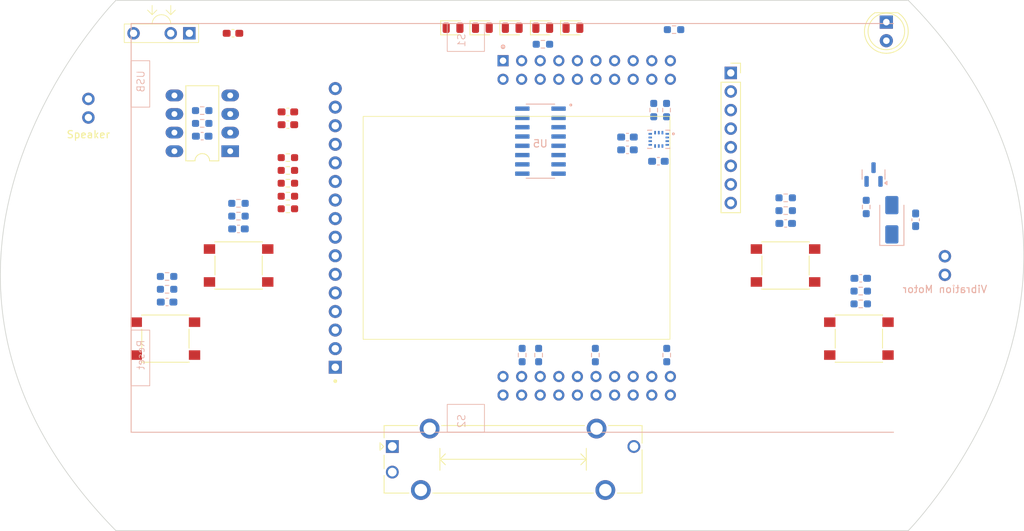
<source format=kicad_pcb>
(kicad_pcb (version 20241229) (generator "pcbnew") (generator_version "9.0")
  (title_block (title "ECE 319K Baseline Project Spring 2025") (date "2025-02-24") (rev "v1.0.1") (company "The University of Texas at Austin"))
  (layers (0 "F.Cu" signal) (2 "B.Cu" signal) (13 "F.Paste" user) (15 "B.Paste" user) (5 "F.SilkS" user "F.Silkscreen") (7 "B.SilkS" user "B.Silkscreen") (1 "F.Mask" user) (3 "B.Mask" user) (25 "Edge.Cuts" user))
  (net 0 "")
  (net 1 "GND")
  (net 2 "+3V3")
  (net 3 "Net-(C3-Pad2)")
  (net 4 "/DACOUT")
  (net 5 "/PA18")
  (net 6 "/PA17")
  (net 7 "/PA16")
  (net 8 "/PA15")
  (net 9 "+5V")
  (net 10 "Net-(D7-A)")
  (net 11 "Net-(U3-FC1)")
  (net 12 "Net-(U3-FC2)")
  (net 13 "Net-(D1-A)")
  (net 14 "Net-(D2-A)")
  (net 15 "Net-(D3-A)")
  (net 16 "Net-(D4-A)")
  (net 17 "Net-(D4-K)")
  (net 18 "Net-(D5-A)")
  (net 19 "Net-(D6-A)")
  (net 20 "Net-(U3-VO1)")
  (net 21 "Net-(U3-VO2)")
  (net 22 "/PA10")
  (net 24 "/PB0")
  (net 25 "/PB1")
  (net 26 "/PA9{slash}PB23")
  (net 27 "/PB20")
  (net 28 "/PA31")
  (net 29 "/PB24")
  (net 30 "/PA11")
  (net 35 "/I2C_SDA")
  (net 38 "/I2C_SCL")
  (net 39 "Net-(Q1-B)")
  (net 40 "/PB17")
  (net 41 "/PB16")
  (net 42 "/PB13")
  (net 43 "/DAC4")
  (net 44 "/PB19")
  (net 45 "/DAC3")
  (net 46 "/DAC2")
  (net 47 "/PB12")
  (net 48 "/DAC1")
  (net 49 "/DAC0")
  (net 53 "Net-(R12-Pad1)")
  (net 54 "Net-(R13-Pad1)")
  (net 55 "Net-(R14-Pad1)")
  (net 56 "Net-(R15-Pad1)")
  (net 57 "Net-(U3-VIN)")
  (net 58 "/MTR_PWM")
  (net 59 "/PB18")
  (net 60 "/UART1_TX")
  (net 61 "/UART2_RX")
  (net 62 "/SPI_MOSI")
  (net 63 "/SPI_SCK")
  (net 64 "/TFT_RST")
  (net 65 "/SDC_CS")
  (net 66 "/TFT_DC")
  (net 67 "/SPI_MISO")
  (net 68 "/TFT_CS")
  (footprint "Resistor_SMD:R_0603_1608Metric_Pad0.98x0.95mm_HandSolder" (layer "F.Cu") (at 103.75 90)
    (property "Reference" "R9")
    (property "Value" "6k")
    (pad "1" smd roundrect (at -0.9125 0) (size 0.975 0.95) (layers "F.Cu" "F.Mask" "F.Paste") (net 4 "/DACOUT"))
    (pad "2" smd roundrect (at 0.9125 0) (size 0.975 0.95) (layers "F.Cu" "F.Mask" "F.Paste") (net 48 "/DAC1"))
  )
  (footprint "Connector_PinSocket_2.54mm:PinSocket_1x08_P2.54mm_Vertical" (layer "F.Cu") (at 164.25 76.67)
    (property "Reference" "J5" (hide yes))
    (property "Value" "Conn_01x08_Pin")
    (pad "1" thru_hole rect (at 0 0) (size 1.7 1.7) (drill 1) (layers "*.Cu" "*.Mask") (net 25 "/PB1"))
    (pad "2" thru_hole oval (at 0 2.54) (size 1.7 1.7) (drill 1) (layers "*.Cu" "*.Mask") (net 24 "/PB0"))
    (pad "3" thru_hole oval (at 0 5.08) (size 1.7 1.7) (drill 1) (layers "*.Cu" "*.Mask") (net 26 "/PA9{slash}PB23"))
    (pad "4" thru_hole oval (at 0 7.62) (size 1.7 1.7) (drill 1) (layers "*.Cu" "*.Mask") (net 29 "/PB24"))
    (pad "5" thru_hole oval (at 0 10.16) (size 1.7 1.7) (drill 1) (layers "*.Cu" "*.Mask") (net 28 "/PA31"))
    (pad "6" thru_hole oval (at 0 12.7) (size 1.7 1.7) (drill 1) (layers "*.Cu" "*.Mask") (net 22 "/PA10"))
    (pad "7" thru_hole oval (at 0 15.24) (size 1.7 1.7) (drill 1) (layers "*.Cu" "*.Mask") (net 30 "/PA11"))
    (pad "8" thru_hole oval (at 0 17.78) (size 1.7 1.7) (drill 1) (layers "*.Cu" "*.Mask") (net 27 "/PB20"))
  )
  (footprint "ECE319K:TSOP31438" (layer "F.Cu") (at 90.29 71.25 -90)
    (property "Reference" "U6")
    (property "Value" "TSOP31438")
    (pad "1" thru_hole rect (at 0 0 270) (size 1.7 1.7) (drill 1) (layers "*.Cu" "*.Mask") (net 1 "GND"))
    (pad "2" thru_hole oval (at 0 2.54 270) (size 1.7 1.7) (drill 1) (layers "*.Cu" "*.Mask") (net 2 "+3V3"))
    (pad "3" thru_hole oval (at 0 7.62 270) (size 1.7 1.7) (drill 1) (layers "*.Cu" "*.Mask") (net 61 "/UART2_RX"))
  )
  (footprint "Capacitor_SMD:C_0603_1608Metric_Pad1.08x0.95mm_HandSolder" (layer "F.Cu") (at 103.75 82)
    (property "Reference" "C14")
    (property "Value" "1uF")
    (pad "1" smd roundrect (at -0.8625 0) (size 1.075 0.95) (layers "F.Cu" "F.Mask" "F.Paste") (net 1 "GND"))
    (pad "2" smd roundrect (at 0.8625 0) (size 1.075 0.95) (layers "F.Cu" "F.Mask" "F.Paste") (net 11 "Net-(U3-FC1)"))
  )
  (footprint "Button_Switch_SMD:SW_SPST_PTS645" (layer "F.Cu") (at 181.75 113)
    (property "Reference" "SW4" (hide yes))
    (property "Value" "RIGHT")
    (pad "1" smd rect (at -3.98 -2.25) (size 1.55 1.3) (layers "F.Cu" "F.Mask" "F.Paste") (net 56 "Net-(R15-Pad1)"))
    (pad "1" smd rect (at 3.98 -2.25) (size 1.55 1.3) (layers "F.Cu" "F.Mask" "F.Paste") (net 56 "Net-(R15-Pad1)"))
    (pad "2" smd rect (at -3.98 2.25) (size 1.55 1.3) (layers "F.Cu" "F.Mask" "F.Paste") (net 2 "+3V3"))
    (pad "2" smd rect (at 3.98 2.25) (size 1.55 1.3) (layers "F.Cu" "F.Mask" "F.Paste") (net 2 "+3V3"))
  )
  (footprint "MountingHole:MountingHole_3.2mm_M3" (layer "F.Cu") (at 74.75 120)
    (property "Reference" "H1")
    (property "Value" "MountingHole")
    (pad "" np_thru_hole circle (at 0 0) (size 3.2 3.2) (drill 3.2) (layers "*.Cu" "*.Mask"))
  )
  (footprint "Capacitor_SMD:C_0603_1608Metric_Pad1.08x0.95mm_HandSolder" (layer "F.Cu") (at 103.75 83.75 180)
    (property "Reference" "C15")
    (property "Value" "4.7uF")
    (pad "1" smd roundrect (at -0.8625 0 180) (size 1.075 0.95) (layers "F.Cu" "F.Mask" "F.Paste") (net 12 "Net-(U3-FC2)"))
    (pad "2" smd roundrect (at 0.8625 0 180) (size 1.075 0.95) (layers "F.Cu" "F.Mask" "F.Paste") (net 1 "GND"))
  )
  (footprint "ECE319K:LED_D5.0mm" (layer "F.Cu") (at 185.5 69.725 -90)
    (property "Reference" "D4")
    (property "Value" "LED")
    (pad "1" thru_hole rect (at 0 0 270) (size 1.8 1.8) (drill 0.9) (layers "*.Cu" "*.Mask") (net 17 "Net-(D4-K)"))
    (pad "2" thru_hole circle (at 2.54 0 270) (size 1.8 1.8) (drill 0.9) (layers "*.Cu" "*.Mask") (net 16 "Net-(D4-A)"))
  )
  (footprint "ECE319K:hiletgo_st7735r" (layer "F.Cu") (at 134.355526 97.86 90)
    (property "Reference" "U4" (hide yes))
    (property "Value" "HiLetGo_ST7735R")
    (pad "1" thru_hole rect (at -19.05 -24.13 180) (size 1.778 1.778) (drill 1.016) (layers "*.Cu" "*.Mask") (net 1 "GND"))
    (pad "2" thru_hole circle (at -16.51 -24.13 180) (size 1.778 1.778) (drill 1.016) (layers "*.Cu" "*.Mask") (net 2 "+3V3"))
    (pad "3" thru_hole circle (at -13.97 -24.13 180) (size 1.778 1.778) (drill 1.016) (layers "*.Cu" "*.Mask"))
    (pad "4" thru_hole circle (at -11.43 -24.13 180) (size 1.778 1.778) (drill 1.016) (layers "*.Cu" "*.Mask"))
    (pad "5" thru_hole circle (at -8.89 -24.13 180) (size 1.778 1.778) (drill 1.016) (layers "*.Cu" "*.Mask"))
    (pad "6" thru_hole circle (at -6.35 -24.13 180) (size 1.778 1.778) (drill 1.016) (layers "*.Cu" "*.Mask") (net 64 "/TFT_RST"))
    (pad "7" thru_hole circle (at -3.81 -24.13 180) (size 1.778 1.778) (drill 1.016) (layers "*.Cu" "*.Mask") (net 66 "/TFT_DC"))
    (pad "8" thru_hole circle (at -1.27 -24.13 180) (size 1.778 1.778) (drill 1.016) (layers "*.Cu" "*.Mask") (net 62 "/SPI_MOSI"))
    (pad "9" thru_hole circle (at 1.27 -24.13 180) (size 1.778 1.778) (drill 1.016) (layers "*.Cu" "*.Mask") (net 63 "/SPI_SCK"))
    (pad "10" thru_hole circle (at 3.81 -24.13 180) (size 1.778 1.778) (drill 1.016) (layers "*.Cu" "*.Mask") (net 68 "/TFT_CS"))
    (pad "11" thru_hole circle (at 6.35 -24.13 180) (size 1.778 1.778) (drill 1.016) (layers "*.Cu" "*.Mask") (net 63 "/SPI_SCK"))
    (pad "12" thru_hole circle (at 8.89 -24.13 180) (size 1.778 1.778) (drill 1.016) (layers "*.Cu" "*.Mask") (net 67 "/SPI_MISO"))
    (pad "13" thru_hole circle (at 11.43 -24.13 180) (size 1.778 1.778) (drill 1.016) (layers "*.Cu" "*.Mask") (net 62 "/SPI_MOSI"))
    (pad "14" thru_hole circle (at 13.97 -24.13 180) (size 1.778 1.778) (drill 1.016) (layers "*.Cu" "*.Mask") (net 65 "/SDC_CS"))
    (pad "15" thru_hole circle (at 16.51 -24.13 180) (size 1.778 1.778) (drill 1.016) (layers "*.Cu" "*.Mask") (net 2 "+3V3"))
    (pad "16" thru_hole circle (at 19.05 -24.13 180) (size 1.778 1.778) (drill 1.016) (layers "*.Cu" "*.Mask") (net 1 "GND"))
  )
  (footprint "LED_SMD:LED_0805_2012Metric" (layer "F.Cu") (at 138.5625 70.5)
    (property "Reference" "D5")
    (property "Value" "LED")
    (pad "1" smd roundrect (at -0.9375 0) (size 0.975 1.4) (layers "F.Cu" "F.Mask" "F.Paste") (net 1 "GND"))
    (pad "2" smd roundrect (at 0.9375 0) (size 0.975 1.4) (layers "F.Cu" "F.Mask" "F.Paste") (net 18 "Net-(D5-A)"))
  )
  (footprint "Resistor_SMD:R_0603_1608Metric_Pad0.98x0.95mm_HandSolder" (layer "F.Cu") (at 103.75 88.25)
    (property "Reference" "R7")
    (property "Value" "3k")
    (pad "1" smd roundrect (at -0.9125 0) (size 0.975 0.95) (layers "F.Cu" "F.Mask" "F.Paste") (net 4 "/DACOUT"))
    (pad "2" smd roundrect (at 0.9125 0) (size 0.975 0.95) (layers "F.Cu" "F.Mask" "F.Paste") (net 46 "/DAC2"))
  )
  (footprint "Button_Switch_SMD:SW_SPST_PTS645" (layer "F.Cu") (at 171.73 103)
    (property "Reference" "SW3" (hide yes))
    (property "Value" "DOWN")
    (pad "1" smd rect (at -3.98 -2.25) (size 1.55 1.3) (layers "F.Cu" "F.Mask" "F.Paste") (net 55 "Net-(R14-Pad1)"))
    (pad "1" smd rect (at 3.98 -2.25) (size 1.55 1.3) (layers "F.Cu" "F.Mask" "F.Paste") (net 55 "Net-(R14-Pad1)"))
    (pad "2" smd rect (at -3.98 2.25) (size 1.55 1.3) (layers "F.Cu" "F.Mask" "F.Paste") (net 2 "+3V3"))
    (pad "2" smd rect (at 3.98 2.25) (size 1.55 1.3) (layers "F.Cu" "F.Mask" "F.Paste") (net 2 "+3V3"))
  )
  (footprint "Resistor_SMD:R_0603_1608Metric_Pad0.98x0.95mm_HandSolder" (layer "F.Cu") (at 103.75 93.53)
    (property "Reference" "R4")
    (property "Value" "750")
    (pad "1" smd roundrect (at -0.9125 0) (size 0.975 0.95) (layers "F.Cu" "F.Mask" "F.Paste") (net 4 "/DACOUT"))
    (pad "2" smd roundrect (at 0.9125 0) (size 0.975 0.95) (layers "F.Cu" "F.Mask" "F.Paste") (net 43 "/DAC4"))
  )
  (footprint "LED_SMD:LED_0805_2012Metric" (layer "F.Cu") (at 134.395 70.5)
    (property "Reference" "D3")
    (property "Value" "LED")
    (pad "1" smd roundrect (at -0.9375 0) (size 0.975 1.4) (layers "F.Cu" "F.Mask" "F.Paste") (net 1 "GND"))
    (pad "2" smd roundrect (at 0.9375 0) (size 0.975 1.4) (layers "F.Cu" "F.Mask" "F.Paste") (net 15 "Net-(D3-A)"))
  )
  (footprint "Resistor_SMD:R_0603_1608Metric_Pad0.98x0.95mm_HandSolder" (layer "F.Cu") (at 103.75 91.75)
    (property "Reference" "R11")
    (property "Value" "12k")
    (pad "1" smd roundrect (at -0.9125 0) (size 0.975 0.95) (layers "F.Cu" "F.Mask" "F.Paste") (net 4 "/DACOUT"))
    (pad "2" smd roundrect (at 0.9125 0) (size 0.975 0.95) (layers "F.Cu" "F.Mask" "F.Paste") (net 49 "/DAC0"))
  )
  (footprint "ECE319K:PTA2043pot" (layer "F.Cu") (at 118.015 127.75)
    (property "Reference" "RV1")
    (property "Value" "PTA2043")
    (pad "" np_thru_hole circle (at 3.9 5.95) (size 2.7 2.7) (drill 1.7) (layers "*.Cu" "*.Mask"))
    (pad "" np_thru_hole circle (at 5.1 -2.45) (size 2.7 2.7) (drill 1.7) (layers "*.Cu" "*.Mask"))
    (pad "" np_thru_hole circle (at 27.9 -2.45) (size 2.7 2.7) (drill 1.7) (layers "*.Cu" "*.Mask"))
    (pad "" np_thru_hole circle (at 29.1 5.95) (size 2.7 2.7) (drill 1.7) (layers "*.Cu" "*.Mask"))
    (pad "1" thru_hole rect (at 0 0) (size 1.75 1.75) (drill 1.2) (layers "*.Cu" "*.Mask") (net 1 "GND"))
    (pad "2" thru_hole circle (at 0 3.5) (size 1.75 1.75) (drill 1.2) (layers "*.Cu" "*.Mask") (net 59 "/PB18"))
    (pad "3" thru_hole circle (at 33 0) (size 1.75 1.75) (drill 1.2) (layers "*.Cu" "*.Mask") (net 2 "+3V3"))
  )
  (footprint "Button_Switch_SMD:SW_SPST_PTS645" (layer "F.Cu") (at 97.02 103)
    (property "Reference" "SW1" (hide yes))
    (property "Value" "UP")
    (pad "1" smd rect (at -3.98 -2.25) (size 1.55 1.3) (layers "F.Cu" "F.Mask" "F.Paste") (net 53 "Net-(R12-Pad1)"))
    (pad "1" smd rect (at 3.98 -2.25) (size 1.55 1.3) (layers "F.Cu" "F.Mask" "F.Paste") (net 53 "Net-(R12-Pad1)"))
    (pad "2" smd rect (at -3.98 2.25) (size 1.55 1.3) (layers "F.Cu" "F.Mask" "F.Paste") (net 2 "+3V3"))
    (pad "2" smd rect (at 3.98 2.25) (size 1.55 1.3) (layers "F.Cu" "F.Mask" "F.Paste") (net 2 "+3V3"))
  )
  (footprint "LED_SMD:LED_0805_2012Metric" (layer "F.Cu") (at 142.6875 70.5)
    (property "Reference" "D6")
    (property "Value" "LED")
    (pad "1" smd roundrect (at -0.9375 0) (size 0.975 1.4) (layers "F.Cu" "F.Mask" "F.Paste") (net 1 "GND"))
    (pad "2" smd roundrect (at 0.9375 0) (size 0.975 1.4) (layers "F.Cu" "F.Mask" "F.Paste") (net 19 "Net-(D6-A)"))
  )
  (footprint "Resistor_SMD:R_0603_1608Metric_Pad0.98x0.95mm_HandSolder" (layer "F.Cu") (at 103.75 95.25)
    (property "Reference" "R6")
    (property "Value" "1.5k")
    (pad "1" smd roundrect (at -0.9125 0) (size 0.975 0.95) (layers "F.Cu" "F.Mask" "F.Paste") (net 4 "/DACOUT"))
    (pad "2" smd roundrect (at 0.9125 0) (size 0.975 0.95) (layers "F.Cu" "F.Mask" "F.Paste") (net 45 "/DAC3"))
  )
  (footprint "ECE319K:DIP-8_W7.62mm_LongPads" (layer "F.Cu") (at 95.87 87.37 180)
    (property "Reference" "U3")
    (property "Value" "MCP34119D")
    (pad "1" thru_hole rect (at 0 0 180) (size 2.4 1.6) (drill 0.8) (layers "*.Cu" "*.Mask") (net 1 "GND"))
    (pad "2" thru_hole oval (at 0 2.54 180) (size 2.4 1.6) (drill 0.8) (layers "*.Cu" "*.Mask") (net 12 "Net-(U3-FC2)"))
    (pad "3" thru_hole oval (at 0 5.08 180) (size 2.4 1.6) (drill 0.8) (layers "*.Cu" "*.Mask") (net 11 "Net-(U3-FC1)"))
    (pad "4" thru_hole oval (at 0 7.62 180) (size 2.4 1.6) (drill 0.8) (layers "*.Cu" "*.Mask") (net 57 "Net-(U3-VIN)"))
    (pad "5" thru_hole oval (at 7.62 7.62 180) (size 2.4 1.6) (drill 0.8) (layers "*.Cu" "*.Mask") (net 20 "Net-(U3-VO1)"))
    (pad "6" thru_hole oval (at 7.62 5.08 180) (size 2.4 1.6) (drill 0.8) (layers "*.Cu" "*.Mask") (net 9 "+5V"))
    (pad "7" thru_hole oval (at 7.62 2.54 180) (size 2.4 1.6) (drill 0.8) (layers "*.Cu" "*.Mask") (net 1 "GND"))
    (pad "8" thru_hole oval (at 7.62 0 180) (size 2.4 1.6) (drill 0.8) (layers "*.Cu" "*.Mask") (net 21 "Net-(U3-VO2)"))
  )
  (footprint "Capacitor_SMD:C_0603_1608Metric_Pad1.08x0.95mm_HandSolder" (layer "F.Cu") (at 96.25 71.25)
    (property "Reference" "C4")
    (property "Value" "0.1uF")
    (pad "1" smd roundrect (at -0.8625 0) (size 1.075 0.95) (layers "F.Cu" "F.Mask" "F.Paste") (net 1 "GND"))
    (pad "2" smd roundrect (at 0.8625 0) (size 1.075 0.95) (layers "F.Cu" "F.Mask" "F.Paste") (net 2 "+3V3"))
  )
  (footprint "LED_SMD:LED_0805_2012Metric" (layer "F.Cu") (at 130.3125 70.5)
    (property "Reference" "D2")
    (property "Value" "LED")
    (pad "1" smd roundrect (at -0.9375 0) (size 0.975 1.4) (layers "F.Cu" "F.Mask" "F.Paste") (net 1 "GND"))
    (pad "2" smd roundrect (at 0.9375 0) (size 0.975 1.4) (layers "F.Cu" "F.Mask" "F.Paste") (net 14 "Net-(D2-A)"))
  )
  (footprint "MountingHole:MountingHole_3.2mm_M3" (layer "F.Cu") (at 193.25 120)
    (property "Reference" "H2")
    (property "Value" "MountingHole")
    (pad "" np_thru_hole circle (at 0 0) (size 3.2 3.2) (drill 3.2) (layers "*.Cu" "*.Mask"))
  )
  (footprint "LED_SMD:LED_0805_2012Metric" (layer "F.Cu") (at 126.3125 70.5)
    (property "Reference" "D1")
    (property "Value" "LED")
    (pad "1" smd roundrect (at -0.9375 0) (size 0.975 1.4) (layers "F.Cu" "F.Mask" "F.Paste") (net 1 "GND"))
    (pad "2" smd roundrect (at 0.9375 0) (size 0.975 1.4) (layers "F.Cu" "F.Mask" "F.Paste") (net 13 "Net-(D1-A)"))
  )
  (footprint "ECE319K:Testpoint_1x02_P2.54mm" (layer "F.Cu") (at 76.5 80.225)
    (property "Reference" "J2")
    (property "Value" "Speaker" (at 0 4.87 0) (layer "F.SilkS"))
    (pad "1" thru_hole circle (at 0 0) (size 1.7 1.7) (drill 1) (layers "*.Cu" "*.Mask") (net 20 "Net-(U3-VO1)"))
    (pad "2" thru_hole oval (at 0 2.54) (size 1.7 1.7) (drill 1) (layers "*.Cu" "*.Mask") (net 21 "Net-(U3-VO2)"))
  )
  (footprint "Button_Switch_SMD:SW_SPST_PTS645" (layer "F.Cu") (at 87.02 113)
    (property "Reference" "SW2" (hide yes))
    (property "Value" "LEFT")
    (pad "1" smd rect (at -3.98 -2.25) (size 1.55 1.3) (layers "F.Cu" "F.Mask" "F.Paste") (net 54 "Net-(R13-Pad1)"))
    (pad "1" smd rect (at 3.98 -2.25) (size 1.55 1.3) (layers "F.Cu" "F.Mask" "F.Paste") (net 54 "Net-(R13-Pad1)"))
    (pad "2" smd rect (at -3.98 2.25) (size 1.55 1.3) (layers "F.Cu" "F.Mask" "F.Paste") (net 2 "+3V3"))
    (pad "2" smd rect (at 3.98 2.25) (size 1.55 1.3) (layers "F.Cu" "F.Mask" "F.Paste") (net 2 "+3V3"))
  )
  (footprint "ECE319K:XDCR_ICM-42670-P" (layer "B.Cu") (at 154.4125 85.75 180)
    (property "Reference" "MT1")
    (property "Value" "ICM-42670-P")
    (pad "1" smd rect (at -1.1625 0.75 180) (size 0.475 0.25) (layers "B.Cu") (net 1 "GND"))
    (pad "2" smd rect (at -1.1625 0.25 180) (size 0.475 0.25) (layers "B.Cu"))
    (pad "3" smd rect (at -1.1625 -0.25 180) (size 0.475 0.25) (layers "B.Cu"))
    (pad "4" smd rect (at -1.1625 -0.75 180) (size 0.475 0.25) (layers "B.Cu"))
    (pad "5" smd rect (at -0.5 -0.9125 180) (size 0.25 0.475) (layers "B.Cu") (net 2 "+3V3"))
    (pad "6" smd rect (at 0 -0.9125 180) (size 0.25 0.475) (layers "B.Cu") (net 1 "GND"))
    (pad "7" smd rect (at 0.5 -0.9125 180) (size 0.25 0.475) (layers "B.Cu") (net 1 "GND"))
    (pad "8" smd rect (at 1.1625 -0.75 180) (size 0.475 0.25) (layers "B.Cu") (net 2 "+3V3"))
    (pad "9" smd rect (at 1.1625 -0.25 180) (size 0.475 0.25) (layers "B.Cu"))
    (pad "10" smd rect (at 1.1625 0.25 180) (size 0.475 0.25) (layers "B.Cu"))
    (pad "11" smd rect (at 1.1625 0.75 180) (size 0.475 0.25) (layers "B.Cu"))
    (pad "12" smd rect (at 0.5 0.9125 180) (size 0.25 0.475) (layers "B.Cu") (net 2 "+3V3"))
    (pad "13" smd rect (at 0 0.9125 180) (size 0.25 0.475) (layers "B.Cu") (net 38 "/I2C_SCL"))
    (pad "14" smd rect (at -0.5 0.9125 180) (size 0.25 0.475) (layers "B.Cu") (net 35 "/I2C_SDA"))
  )
  (footprint "Resistor_SMD:R_0603_1608Metric_Pad0.98x0.95mm_HandSolder" (layer "B.Cu") (at 97 94.5 180)
    (property "Reference" "R12")
    (property "Value" "10k")
    (pad "1" smd roundrect (at -0.9125 0 180) (size 0.975 0.95) (layers "B.Cu" "B.Mask" "B.Paste") (net 53 "Net-(R12-Pad1)"))
    (pad "2" smd roundrect (at 0.9125 0 180) (size 0.975 0.95) (layers "B.Cu" "B.Mask" "B.Paste") (net 1 "GND"))
  )
  (footprint "Resistor_SMD:R_0603_1608Metric_Pad0.98x0.95mm_HandSolder" (layer "B.Cu") (at 156.5 70.75)
    (property "Reference" "R18")
    (property "Value" "220")
    (pad "1" smd roundrect (at -0.9125 0) (size 0.975 0.95) (layers "B.Cu" "B.Mask" "B.Paste") (net 9 "+5V"))
    (pad "2" smd roundrect (at 0.9125 0) (size 0.975 0.95) (layers "B.Cu" "B.Mask" "B.Paste") (net 16 "Net-(D4-A)"))
  )
  (footprint "Resistor_SMD:R_0603_1608Metric_Pad0.98x0.95mm_HandSolder" (layer "B.Cu") (at 135.75 115.25 90)
    (property "Reference" "R8")
    (property "Value" "470")
    (pad "1" smd roundrect (at -0.9125 0 90) (size 0.975 0.95) (layers "B.Cu" "B.Mask" "B.Paste") (net 47 "/PB12"))
    (pad "2" smd roundrect (at 0.9125 0 90) (size 0.975 0.95) (layers "B.Cu" "B.Mask" "B.Paste") (net 19 "Net-(D6-A)"))
  )
  (footprint "Resistor_SMD:R_0603_1608Metric_Pad0.98x0.95mm_HandSolder" (layer "B.Cu") (at 182.75 95 90)
    (property "Reference" "R24")
    (property "Value" "1k")
    (pad "1" smd roundrect (at -0.9125 0 90) (size 0.975 0.95) (layers "B.Cu" "B.Mask" "B.Paste") (net 58 "/MTR_PWM"))
    (pad "2" smd roundrect (at 0.9125 0 90) (size 0.975 0.95) (layers "B.Cu" "B.Mask" "B.Paste") (net 39 "Net-(Q1-B)"))
  )
  (footprint "Capacitor_SMD:C_0603_1608Metric_Pad1.08x0.95mm_HandSolder" (layer "B.Cu") (at 87.25 108 180)
    (property "Reference" "C6")
    (property "Value" "0.1uF")
    (pad "1" smd roundrect (at -0.8625 0 180) (size 1.075 0.95) (layers "B.Cu" "B.Mask" "B.Paste") (net 6 "/PA17"))
    (pad "2" smd roundrect (at 0.8625 0 180) (size 1.075 0.95) (layers "B.Cu" "B.Mask" "B.Paste") (net 1 "GND"))
  )
  (footprint "Resistor_SMD:R_0603_1608Metric_Pad0.98x0.95mm_HandSolder" (layer "B.Cu") (at 92.045 83.57 180)
    (property "Reference" "R16")
    (property "Value" "20k")
    (pad "1" smd roundrect (at -0.9125 0 180) (size 0.975 0.95) (layers "B.Cu" "B.Mask" "B.Paste") (net 57 "Net-(U3-VIN)"))
    (pad "2" smd roundrect (at 0.9125 0 180) (size 0.975 0.95) (layers "B.Cu" "B.Mask" "B.Paste") (net 3 "Net-(C3-Pad2)"))
  )
  (footprint "Resistor_SMD:R_0603_1608Metric_Pad0.98x0.95mm_HandSolder" (layer "B.Cu") (at 92.045 81.82)
    (property "Reference" "R23")
    (property "Value" "10k")
    (pad "1" smd roundrect (at -0.9125 0) (size 0.975 0.95) (layers "B.Cu" "B.Mask" "B.Paste") (net 20 "Net-(U3-VO1)"))
    (pad "2" smd roundrect (at 0.9125 0) (size 0.975 0.95) (layers "B.Cu" "B.Mask" "B.Paste") (net 57 "Net-(U3-VIN)"))
  )
  (footprint "Capacitor_SMD:C_0603_1608Metric_Pad1.08x0.95mm_HandSolder" (layer "B.Cu") (at 154.3625 88.75 180)
    (property "Reference" "C16")
    (property "Value" "10nF")
    (pad "1" smd roundrect (at -0.8625 0 180) (size 1.075 0.95) (layers "B.Cu" "B.Mask" "B.Paste") (net 2 "+3V3"))
    (pad "2" smd roundrect (at 0.8625 0 180) (size 1.075 0.95) (layers "B.Cu" "B.Mask" "B.Paste") (net 1 "GND"))
  )
  (footprint "Capacitor_SMD:C_0603_1608Metric_Pad1.08x0.95mm_HandSolder" (layer "B.Cu") (at 189.5 96.75 90)
    (property "Reference" "C13")
    (property "Value" "0.1uF")
    (pad "1" smd roundrect (at -0.8625 0 90) (size 1.075 0.95) (layers "B.Cu" "B.Mask" "B.Paste") (net 2 "+3V3"))
    (pad "2" smd roundrect (at 0.8625 0 90) (size 1.075 0.95) (layers "B.Cu" "B.Mask" "B.Paste") (net 10 "Net-(D7-A)"))
  )
  (footprint "Package_TO_SOT_SMD:SOT-23" (layer "B.Cu") (at 183.75 90.5625 90)
    (property "Reference" "Q1")
    (property "Value" "2N2222")
    (pad "1" smd roundrect (at -0.9375 0.95 90) (size 1.475 0.6) (layers "B.Cu" "B.Mask" "B.Paste") (net 10 "Net-(D7-A)"))
    (pad "2" smd roundrect (at -0.9375 -0.95 90) (size 1.475 0.6) (layers "B.Cu" "B.Mask" "B.Paste") (net 39 "Net-(Q1-B)"))
    (pad "3" smd roundrect (at 0.9375 0 90) (size 1.475 0.6) (layers "B.Cu" "B.Mask" "B.Paste") (net 1 "GND"))
  )
  (footprint "Resistor_SMD:R_0603_1608Metric_Pad0.98x0.95mm_HandSolder" (layer "B.Cu") (at 87.25 104.5 180)
    (property "Reference" "R13")
    (property "Value" "10k")
    (pad "1" smd roundrect (at -0.9125 0 180) (size 0.975 0.95) (layers "B.Cu" "B.Mask" "B.Paste") (net 54 "Net-(R13-Pad1)"))
    (pad "2" smd roundrect (at 0.9125 0 180) (size 0.975 0.95) (layers "B.Cu" "B.Mask" "B.Paste") (net 1 "GND"))
  )
  (footprint "Capacitor_SMD:C_0603_1608Metric_Pad1.08x0.95mm_HandSolder" (layer "B.Cu") (at 97 98 180)
    (property "Reference" "C5")
    (property "Value" "0.1uF")
    (pad "1" smd roundrect (at -0.8625 0 180) (size 1.075 0.95) (layers "B.Cu" "B.Mask" "B.Paste") (net 5 "/PA18"))
    (pad "2" smd roundrect (at 0.8625 0 180) (size 1.075 0.95) (layers "B.Cu" "B.Mask" "B.Paste") (net 1 "GND"))
  )
  (footprint "Resistor_SMD:R_0603_1608Metric_Pad0.98x0.95mm_HandSolder" (layer "B.Cu") (at 97 96.25 180)
    (property "Reference" "R19")
    (property "Value" "1k")
    (pad "1" smd roundrect (at -0.9125 0 180) (size 0.975 0.95) (layers "B.Cu" "B.Mask" "B.Paste") (net 5 "/PA18"))
    (pad "2" smd roundrect (at 0.9125 0 180) (size 0.975 0.95) (layers "B.Cu" "B.Mask" "B.Paste") (net 53 "Net-(R12-Pad1)"))
  )
  (footprint "ECE319K:ti_LP_MSPM0G3507" (layer "B.Cu") (at 135.68 97.86 -90)
    (property "Reference" "U2" (hide yes))
    (property "Value" "LP-MSPM0G3507")
    (fp_text user "USB" (at -21.59 51.435 90) (layer "B.SilkS") (effects (font (thickness 0.1)) (justify left bottom mirror)))
    (fp_text user "S2" (at 25.4 7.62 90) (layer "B.SilkS") (effects (font (thickness 0.1)) (justify left bottom mirror)))
    (fp_text user "Reset" (at 15.24 51.435 90) (layer "B.SilkS") (effects (font (thickness 0.1)) (justify left bottom mirror)))
    (fp_text user "S1" (at -26.67 7.62 90) (layer "B.SilkS") (effects (font (thickness 0.1)) (justify left bottom mirror)))
    (pad "J1_1" thru_hole rect (at -22.86 2.54 270) (size 1.52 1.52) (drill 0.89) (layers "*.Cu" "*.Mask") (net 2 "+3V3"))
    (pad "J1_2" thru_hole circle (at -22.86 0 270) (size 1.52 1.52) (drill 0.89) (layers "*.Cu" "*.Mask") (net 45 "/DAC3"))
    (pad "J1_3" thru_hole circle (at -22.86 -2.54 270) (size 1.52 1.52) (drill 0.89) (layers "*.Cu" "*.Mask") (net 26 "/PA9{slash}PB23"))
    (pad "J1_4" thru_hole circle (at -22.86 -5.08 270) (size 1.52 1.52) (drill 0.89) (layers "*.Cu" "*.Mask") (net 60 "/UART1_TX"))
    (pad "J1_5" thru_hole circle (at -22.86 -7.62 270) (size 1.52 1.52) (drill 0.89) (layers "*.Cu" "*.Mask") (net 46 "/DAC2"))
    (pad "J1_6" thru_hole circle (at -22.86 -10.16 270) (size 1.52 1.52) (drill 0.89) (layers "*.Cu" "*.Mask") (net 29 "/PB24"))
    (pad "J1_7" thru_hole circle (at -22.86 -12.7 270) (size 1.52 1.52) (drill 0.89) (layers "*.Cu" "*.Mask") (net 63 "/SPI_SCK"))
    (pad "J1_8" thru_hole circle (at -22.86 -15.24 270) (size 1.52 1.52) (drill 0.89) (layers "*.Cu" "*.Mask") (net 48 "/DAC1"))
    (pad "J1_9" thru_hole circle (at -22.86 -17.78 270) (size 1.52 1.52) (drill 0.89) (layers "*.Cu" "*.Mask") (net 38 "/I2C_SCL"))
    (pad "J1_10" thru_hole circle (at -22.86 -20.32 270) (size 1.52 1.52) (drill 0.89) (layers "*.Cu" "*.Mask") (net 35 "/I2C_SDA"))
    (pad "J2_1" thru_hole circle (at 22.86 2.54 270) (size 1.52 1.52) (drill 0.89) (layers "*.Cu" "*.Mask") (net 1 "GND"))
    (pad "J2_2" thru_hole circle (at 22.86 0 270) (size 1.52 1.52) (drill 0.89) (layers "*.Cu" "*.Mask") (net 47 "/PB12"))
    (pad "J2_3" thru_hole circle (at 22.86 -2.54 270) (size 1.52 1.52) (drill 0.89) (layers "*.Cu" "*.Mask") (net 40 "/PB17"))
    (pad "J2_4" thru_hole circle (at 22.86 -5.08 270) (size 1.52 1.52) (drill 0.89) (layers "*.Cu" "*.Mask") (net 64 "/TFT_RST"))
    (pad "J2_5" thru_hole circle (at 22.86 -7.62 270) (size 1.52 1.52) (drill 0.89) (layers "*.Cu" "*.Mask"))
    (pad "J2_6" thru_hole circle (at 22.86 -10.16 270) (size 1.52 1.52) (drill 0.89) (layers "*.Cu" "*.Mask") (net 62 "/SPI_MOSI"))
    (pad "J2_7" thru_hole circle (at 22.86 -12.7 270) (size 1.52 1.52) (drill 0.89) (layers "*.Cu" "*.Mask") (net 67 "/SPI_MISO"))
    (pad "J2_8" thru_hole circle (at 22.86 -15.24 270) (size 1.52 1.52) (drill 0.89) (layers "*.Cu" "*.Mask") (net 68 "/TFT_CS"))
    (pad "J2_9" thru_hole circle (at 22.86 -17.78 270) (size 1.52 1.52) (drill 0.89) (layers "*.Cu" "*.Mask") (net 24 "/PB0"))
    (pad "J2_10" thru_hole circle (at 22.86 -20.32 270) (size 1.52 1.52) (drill 0.89) (layers "*.Cu" "*.Mask") (net 41 "/PB16"))
    (pad "J3_1" thru_hole circle (at -20.32 2.54 270) (size 1.52 1.52) (drill 0.89) (layers "*.Cu" "*.Mask") (net 9 "+5V"))
    (pad "J3_2" thru_hole circle (at -20.32 0 270) (size 1.52 1.52) (drill 0.89) (layers "*.Cu" "*.Mask") (net 1 "GND"))
    (pad "J3_3" thru_hole circle (at -20.32 -2.54 270) (size 1.52 1.52) (drill 0.89) (layers "*.Cu" "*.Mask") (net 44 "/PB19"))
    (pad "J3_4" thru_hole circle (at -20.32 -5.08 270) (size 1.52 1.52) (drill 0.89) (layers "*.Cu" "*.Mask") (net 61 "/UART2_RX"))
    (pad "J3_5" thru_hole circle (at -20.32 -7.62 270) (size 1.52 1.52) (drill 0.89) (layers "*.Cu" "*.Mask") (net 59 "/PB18"))
    (pad "J3_6" thru_hole circle (at -20.32 -10.16 270) (size 1.52 1.52) (drill 0.89) (layers "*.Cu" "*.Mask") (net 5 "/PA18"))
    (pad "J3_7" thru_hole circle (at -20.32 -12.7 270) (size 1.52 1.52) (drill 0.89) (layers "*.Cu" "*.Mask") (net 43 "/DAC4"))
    (pad "J3_8" thru_hole circle (at -20.32 -15.24 270) (size 1.52 1.52) (drill 0.89) (layers "*.Cu" "*.Mask") (net 6 "/PA17"))
    (pad "J3_9" thru_hole circle (at -20.32 -17.78 270) (size 1.52 1.52) (drill 0.89) (layers "*.Cu" "*.Mask") (net 7 "/PA16"))
    (pad "J3_10" thru_hole circle (at -20.32 -20.32 270) (size 1.52 1.52) (drill 0.89) (layers "*.Cu" "*.Mask") (net 8 "/PA15"))
    (pad "J4_1" thru_hole circle (at 20.32 2.54 270) (size 1.52 1.52) (drill 0.89) (layers "*.Cu" "*.Mask") (net 58 "/MTR_PWM"))
    (pad "J4_2" thru_hole circle (at 20.32 0 270) (size 1.52 1.52) (drill 0.89) (layers "*.Cu" "*.Mask") (net 25 "/PB1"))
    (pad "J4_3" thru_hole circle (at 20.32 -2.54 270) (size 1.52 1.52) (drill 0.89) (layers "*.Cu" "*.Mask") (net 49 "/DAC0"))
    (pad "J4_4" thru_hole circle (at 20.32 -5.08 270) (size 1.52 1.52) (drill 0.89) (layers "*.Cu" "*.Mask") (net 28 "/PA31"))
    (pad "J4_5" thru_hole circle (at 20.32 -7.62 270) (size 1.52 1.52) (drill 0.89) (layers "*.Cu" "*.Mask") (net 27 "/PB20"))
    (pad "J4_6" thru_hole circle (at 20.32 -10.16 270) (size 1.52 1.52) (drill 0.89) (layers "*.Cu" "*.Mask") (net 42 "/PB13"))
    (pad "J4_7" thru_hole circle (at 20.32 -12.7 270) (size 1.52 1.52) (drill 0.89) (layers "*.Cu" "*.Mask") (net 22 "/PA10"))
    (pad "J4_8" thru_hole circle (at 20.32 -15.24 270) (size 1.52 1.52) (drill 0.89) (layers "*.Cu" "*.Mask") (net 30 "/PA11"))
    (pad "J4_9" thru_hole circle (at 20.32 -17.78 270) (size 1.52 1.52) (drill 0.89) (layers "*.Cu" "*.Mask") (net 65 "/SDC_CS"))
    (pad "J4_10" thru_hole circle (at 20.32 -20.32 270) (size 1.52 1.52) (drill 0.89) (layers "*.Cu" "*.Mask") (net 66 "/TFT_DC"))
  )
  (footprint "Resistor_SMD:R_0603_1608Metric_Pad0.98x0.95mm_HandSolder" (layer "B.Cu") (at 87.25 106.25 180)
    (property "Reference" "R20")
    (property "Value" "1k")
    (pad "1" smd roundrect (at -0.9125 0 180) (size 0.975 0.95) (layers "B.Cu" "B.Mask" "B.Paste") (net 6 "/PA17"))
    (pad "2" smd roundrect (at 0.9125 0 180) (size 0.975 0.95) (layers "B.Cu" "B.Mask" "B.Paste") (net 54 "Net-(R13-Pad1)"))
  )
  (footprint "ECE319K:SOIC127P600X175-16N" (layer "B.Cu") (at 138.25 86 180)
    (property "Reference" "U5" (at 0.025 -0.345 0) (layer "B.SilkS") (effects (justify mirror)))
    (property "Value" "ULN2003B")
    (pad "1" smd roundrect (at -2.475 4.445 180) (size 1.97 0.6) (layers "B.Cu" "B.Mask" "B.Paste") (roundrect_rratio 0.125) (net 60 "/UART1_TX"))
    (pad "2" smd roundrect (at -2.475 3.175 180) (size 1.97 0.6) (layers "B.Cu" "B.Mask" "B.Paste") (roundrect_rratio 0.125))
    (pad "3" smd roundrect (at -2.475 1.905 180) (size 1.97 0.6) (layers "B.Cu" "B.Mask" "B.Paste") (roundrect_rratio 0.125))
    (pad "4" smd roundrect (at -2.475 0.635 180) (size 1.97 0.6) (layers "B.Cu" "B.Mask" "B.Paste") (roundrect_rratio 0.125))
    (pad "5" smd roundrect (at -2.475 -0.635 180) (size 1.97 0.6) (layers "B.Cu" "B.Mask" "B.Paste") (roundrect_rratio 0.125))
    (pad "6" smd roundrect (at -2.475 -1.905 180) (size 1.97 0.6) (layers "B.Cu" "B.Mask" "B.Paste") (roundrect_rratio 0.125))
    (pad "7" smd roundrect (at -2.475 -3.175 180) (size 1.97 0.6) (layers "B.Cu" "B.Mask" "B.Paste") (roundrect_rratio 0.125))
    (pad "8" smd roundrect (at -2.475 -4.445 180) (size 1.97 0.6) (layers "B.Cu" "B.Mask" "B.Paste") (roundrect_rratio 0.125) (net 1 "GND"))
    (pad "9" smd roundrect (at 2.475 -4.445 180) (size 1.97 0.6) (layers "B.Cu" "B.Mask" "B.Paste") (roundrect_rratio 0.125))
    (pad "10" smd roundrect (at 2.475 -3.175 180) (size 1.97 0.6) (layers "B.Cu" "B.Mask" "B.Paste") (roundrect_rratio 0.125))
    (pad "11" smd roundrect (at 2.475 -1.905 180) (size 1.97 0.6) (layers "B.Cu" "B.Mask" "B.Paste") (roundrect_rratio 0.125))
    (pad "12" smd roundrect (at 2.475 -0.635 180) (size 1.97 0.6) (layers "B.Cu" "B.Mask" "B.Paste") (roundrect_rratio 0.125))
    (pad "13" smd roundrect (at 2.475 0.635 180) (size 1.97 0.6) (layers "B.Cu" "B.Mask" "B.Paste") (roundrect_rratio 0.125))
    (pad "14" smd roundrect (at 2.475 1.905 180) (size 1.97 0.6) (layers "B.Cu" "B.Mask" "B.Paste") (roundrect_rratio 0.125))
    (pad "15" smd roundrect (at 2.475 3.175 180) (size 1.97 0.6) (layers "B.Cu" "B.Mask" "B.Paste") (roundrect_rratio 0.125))
    (pad "16" smd roundrect (at 2.475 4.445 180) (size 1.97 0.6) (layers "B.Cu" "B.Mask" "B.Paste") (roundrect_rratio 0.125) (net 17 "Net-(D4-K)"))
  )
  (footprint "Resistor_SMD:R_0603_1608Metric_Pad0.98x0.95mm_HandSolder" (layer "B.Cu") (at 155.475 81.75 -90)
    (property "Reference" "R25")
    (property "Value" "10k")
    (pad "1" smd roundrect (at -0.9125 0 270) (size 0.975 0.95) (layers "B.Cu" "B.Mask" "B.Paste") (net 2 "+3V3"))
    (pad "2" smd roundrect (at 0.9125 0 270) (size 0.975 0.95) (layers "B.Cu" "B.Mask" "B.Paste") (net 35 "/I2C_SDA"))
  )
  (footprint "Resistor_SMD:R_0603_1608Metric_Pad0.98x0.95mm_HandSolder" (layer "B.Cu") (at 171.75 95.5)
    (property "Reference" "R21")
    (property "Value" "1k")
    (pad "1" smd roundrect (at -0.9125 0) (size 0.975 0.95) (layers "B.Cu" "B.Mask" "B.Paste") (net 7 "/PA16"))
    (pad "2" smd roundrect (at 0.9125 0) (size 0.975 0.95) (layers "B.Cu" "B.Mask" "B.Paste") (net 55 "Net-(R14-Pad1)"))
  )
  (footprint "Resistor_SMD:R_0603_1608Metric_Pad0.98x0.95mm_HandSolder" (layer "B.Cu") (at 171.75 93.75)
    (property "Reference" "R14")
    (property "Value" "10k")
    (pad "1" smd roundrect (at -0.9125 0) (size 0.975 0.95) (layers "B.Cu" "B.Mask" "B.Paste") (net 55 "Net-(R14-Pad1)"))
    (pad "2" smd roundrect (at 0.9125 0) (size 0.975 0.95) (layers "B.Cu" "B.Mask" "B.Paste") (net 1 "GND"))
  )
  (footprint "Capacitor_SMD:C_0603_1608Metric_Pad1.08x0.95mm_HandSolder" (layer "B.Cu") (at 171.75 97.25)
    (property "Reference" "C7")
    (property "Value" "0.1uF")
    (pad "1" smd roundrect (at -0.8625 0) (size 1.075 0.95) (layers "B.Cu" "B.Mask" "B.Paste") (net 7 "/PA16"))
    (pad "2" smd roundrect (at 0.8625 0) (size 1.075 0.95) (layers "B.Cu" "B.Mask" "B.Paste") (net 1 "GND"))
  )
  (footprint "Resistor_SMD:R_0603_1608Metric_Pad0.98x0.95mm_HandSolder" (layer "B.Cu") (at 145.75 115.25 90)
    (property "Reference" "R3")
    (property "Value" "470")
    (pad "1" smd roundrect (at -0.9125 0 90) (size 0.975 0.95) (layers "B.Cu" "B.Mask" "B.Paste") (net 42 "/PB13"))
    (pad "2" smd roundrect (at 0.9125 0 90) (size 0.975 0.95) (layers "B.Cu" "B.Mask" "B.Paste") (net 15 "Net-(D3-A)"))
  )
  (footprint "Resistor_SMD:R_0603_1608Metric_Pad0.98x0.95mm_HandSolder" (layer "B.Cu") (at 153.725 81.75 -90)
    (property "Reference" "R26")
    (property "Value" "10k")
    (pad "1" smd roundrect (at -0.9125 0 270) (size 0.975 0.95) (layers "B.Cu" "B.Mask" "B.Paste") (net 2 "+3V3"))
    (pad "2" smd roundrect (at 0.9125 0 270) (size 0.975 0.95) (layers "B.Cu" "B.Mask" "B.Paste") (net 38 "/I2C_SCL"))
  )
  (footprint "Capacitor_SMD:C_0603_1608Metric_Pad1.08x0.95mm_HandSolder" (layer "B.Cu") (at 150.1375 85.44 180)
    (property "Reference" "C18")
    (property "Value" "2.2uF")
    (pad "1" smd roundrect (at -0.8625 0 180) (size 1.075 0.95) (layers "B.Cu" "B.Mask" "B.Paste") (net 2 "+3V3"))
    (pad "2" smd roundrect (at 0.8625 0 180) (size 1.075 0.95) (layers "B.Cu" "B.Mask" "B.Paste") (net 1 "GND"))
  )
  (footprint "Capacitor_SMD:C_0603_1608Metric_Pad1.08x0.95mm_HandSolder" (layer "B.Cu") (at 182 104.75)
    (property "Reference" "C8")
    (property "Value" "0.1uF")
    (pad "1" smd roundrect (at -0.8625 0) (size 1.075 0.95) (layers "B.Cu" "B.Mask" "B.Paste") (net 8 "/PA15"))
    (pad "2" smd roundrect (at 0.8625 0) (size 1.075 0.95) (layers "B.Cu" "B.Mask" "B.Paste") (net 1 "GND"))
  )
  (footprint "Diode_SMD:D_SMA" (layer "B.Cu") (at 186.25 96.75 90)
    (property "Reference" "D7")
    (property "Value" "S1A")
    (pad "1" smd roundrect (at -2 0 90) (size 2.5 1.8) (layers "B.Cu" "B.Mask" "B.Paste") (roundrect_rratio 0.1388888889) (net 2 "+3V3"))
    (pad "2" smd roundrect (at 2 0 90) (size 2.5 1.8) (layers "B.Cu" "B.Mask" "B.Paste") (roundrect_rratio 0.1388888889) (net 10 "Net-(D7-A)"))
  )
  (footprint "Resistor_SMD:R_0603_1608Metric_Pad0.98x0.95mm_HandSolder" (layer "B.Cu") (at 138.5875 72.75)
    (property "Reference" "R5")
    (property "Value" "470")
    (pad "1" smd roundrect (at -0.9125 0) (size 0.975 0.95) (layers "B.Cu" "B.Mask" "B.Paste") (net 44 "/PB19"))
    (pad "2" smd roundrect (at 0.9125 0) (size 0.975 0.95) (layers "B.Cu" "B.Mask" "B.Paste") (net 18 "Net-(D5-A)"))
  )
  (footprint "Resistor_SMD:R_0603_1608Metric_Pad0.98x0.95mm_HandSolder" (layer "B.Cu") (at 182 106.5)
    (property "Reference" "R22")
    (property "Value" "1k")
    (pad "1" smd roundrect (at -0.9125 0) (size 0.975 0.95) (layers "B.Cu" "B.Mask" "B.Paste") (net 8 "/PA15"))
    (pad "2" smd roundrect (at 0.9125 0) (size 0.975 0.95) (layers "B.Cu" "B.Mask" "B.Paste") (net 56 "Net-(R15-Pad1)"))
  )
  (footprint "ECE319K:Testpoint_1x02_P2.54mm" (layer "B.Cu") (at 193.5 104.275)
    (property "Reference" "M1")
    (property "Value" "Vibration Motor" (at 0 1.975 180) (layer "B.SilkS") (effects (justify mirror)))
    (pad "1" thru_hole circle (at 0 0) (size 1.7 1.7) (drill 1) (layers "*.Cu" "*.Mask") (net 2 "+3V3"))
    (pad "2" thru_hole oval (at 0 -2.54) (size 1.7 1.7) (drill 1) (layers "*.Cu" "*.Mask") (net 10 "Net-(D7-A)"))
  )
  (footprint "Capacitor_SMD:C_0603_1608Metric_Pad1.08x0.95mm_HandSolder" (layer "B.Cu") (at 150.1375 87.19 180)
    (property "Reference" "C17")
    (property "Value" "0.1uF")
    (pad "1" smd roundrect (at -0.8625 0 180) (size 1.075 0.95) (layers "B.Cu" "B.Mask" "B.Paste") (net 2 "+3V3"))
    (pad "2" smd roundrect (at 0.8625 0 180) (size 1.075 0.95) (layers "B.Cu" "B.Mask" "B.Paste") (net 1 "GND"))
  )
  (footprint "Resistor_SMD:R_0603_1608Metric_Pad0.98x0.95mm_HandSolder" (layer "B.Cu") (at 138 115.25 90)
    (property "Reference" "R1")
    (property "Value" "470")
    (pad "1" smd roundrect (at -0.9125 0 90) (size 0.975 0.95) (layers "B.Cu" "B.Mask" "B.Paste") (net 40 "/PB17"))
    (pad "2" smd roundrect (at 0.9125 0 90) (size 0.975 0.95) (layers "B.Cu" "B.Mask" "B.Paste") (net 13 "Net-(D1-A)"))
  )
  (footprint "Resistor_SMD:R_0603_1608Metric_Pad0.98x0.95mm_HandSolder" (layer "B.Cu") (at 155.5 115.25 90)
    (property "Reference" "R2")
    (property "Value" "470")
    (pad "1" smd roundrect (at -0.9125 0 90) (size 0.975 0.95) (layers "B.Cu" "B.Mask" "B.Paste") (net 41 "/PB16"))
    (pad "2" smd roundrect (at 0.9125 0 90) (size 0.975 0.95) (layers "B.Cu" "B.Mask" "B.Paste") (net 14 "Net-(D2-A)"))
  )
  (footprint "Capacitor_SMD:C_0603_1608Metric_Pad1.08x0.95mm_HandSolder" (layer "B.Cu") (at 92.045 85.32 180)
    (property "Reference" "C3")
    (property "Value" "0.1uF")
    (pad "1" smd roundrect (at -0.8625 0 180) (size 1.075 0.95) (layers "B.Cu" "B.Mask" "B.Paste") (net 4 "/DACOUT"))
    (pad "2" smd roundrect (at 0.8625 0 180) (size 1.075 0.95) (layers "B.Cu" "B.Mask" "B.Paste") (net 3 "Net-(C3-Pad2)"))
  )
  (footprint "Resistor_SMD:R_0603_1608Metric_Pad0.98x0.95mm_HandSolder" (layer "B.Cu") (at 182 108.25)
    (property "Reference" "R15")
    (property "Value" "10k")
    (pad "1" smd roundrect (at -0.9125 0) (size 0.975 0.95) (layers "B.Cu" "B.Mask" "B.Paste") (net 56 "Net-(R15-Pad1)"))
    (pad "2" smd roundrect (at 0.9125 0) (size 0.975 0.95) (layers "B.Cu" "B.Mask" "B.Paste") (net 1 "GND"))
  )
  (gr_curve (pts (xy 188.5 66.75) (xy 224 103) (xy 188.5 139.25) (xy 188.5 139.25)) (stroke (width 0.1)) (layer "Edge.Cuts"))
  (gr_line (start 188.5 139.25) (end 80.25 139.25) (stroke (width 0.1)) (layer "Edge.Cuts"))
  (gr_line (start 80.25 66.75) (end 188.5 66.75) (stroke (width 0.1)) (layer "Edge.Cuts"))
  (gr_curve (pts (xy 80.25 139.25) (xy 44.75 103) (xy 80.25 66.75) (xy 80.25 66.75)) (stroke (width 0.1)) (layer "Edge.Cuts"))
)
</source>
